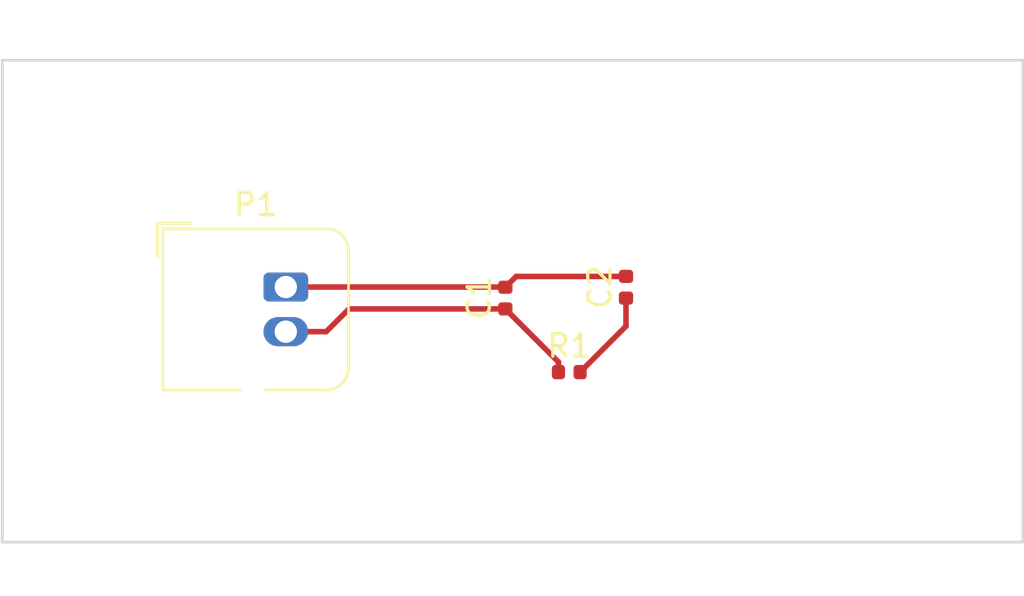
<source format=kicad_pcb>
(kicad_pcb (version 20241229) (generator "pcbnew") (generator_version "9.0")
  (layers (0 "F.Cu" signal) (4 "In1.Cu" signal "GND.Cu") (6 "In2.Cu" signal "Signal1.Cu") (8 "In3.Cu" signal "Signal2.Cu") (10 "In4.Cu" signal "Power.Cu") (2 "B.Cu" signal) (13 "F.Paste" user) (15 "B.Paste" user) (5 "F.SilkS" user "F.Silkscreen") (7 "B.SilkS" user "B.Silkscreen") (1 "F.Mask" user) (3 "B.Mask" user) (25 "Edge.Cuts" user))
  (net 0 "")
  (net 1 "/Power/VCC")
  (net 2 "GND")
  (net 3 "Net-(C2-Pad1)")
  (footprint "Capacitor_SMD:C_0402_1005Metric" (layer "F.Cu") (at 164.775001 80.505001 90)
    (property "Reference" "C1" (at 0 -1.17 90) (layer "F.SilkS"))
    (property "Value" "C")
    (pad "1" smd roundrect (at -0.485 0 90) (size 0.59 0.64) (layers "F.Cu" "F.Mask" "F.Paste") (net 1 "/Power/VCC"))
    (pad "2" smd roundrect (at 0.485 0 90) (size 0.59 0.64) (layers "F.Cu" "F.Mask" "F.Paste") (net 2 "GND"))
  )
  (footprint "Capacitor_SMD:C_0402_1005Metric" (layer "F.Cu") (at 170.18 80.020001 90)
    (property "Reference" "C2" (at 0 -1.17 90) (layer "F.SilkS"))
    (property "Value" "C")
    (pad "1" smd roundrect (at -0.485 0 90) (size 0.59 0.64) (layers "F.Cu" "F.Mask" "F.Paste") (net 3 "Net-(C2-Pad1)"))
    (pad "2" smd roundrect (at 0.485 0 90) (size 0.59 0.64) (layers "F.Cu" "F.Mask" "F.Paste") (net 2 "GND"))
  )
  (footprint "Connector_JST:JST_JWPF_B02B-JWPF-SK-R_1x02_P2.00mm_Vertical" (layer "F.Cu") (at 154.94 80.01)
    (property "Reference" "P1" (at -1.35 -3.7 0) (layer "F.SilkS"))
    (property "Value" "CONN_01X02")
    (fp_line (start -5.75 -2.85) (end -4.25 -2.85) (stroke (width 0.12)) (layer "F.SilkS"))
    (fp_line (start -5.75 -1.35) (end -5.75 -2.85) (stroke (width 0.12)) (layer "F.SilkS"))
    (fp_line (start -5.51 -2.61) (end -5.51 4.61) (stroke (width 0.12)) (layer "F.SilkS"))
    (fp_line (start -5.51 4.61) (end -2.05 4.61) (stroke (width 0.12)) (layer "F.SilkS"))
    (fp_line (start -0.93 4.611771) (end 1.791822 4.611771) (stroke (width 0.12)) (layer "F.SilkS"))
    (fp_line (start 1.81 -2.61) (end -5.51 -2.61) (stroke (width 0.12)) (layer "F.SilkS"))
    (fp_line (start 2.81 -1.61) (end 2.81 3.61) (stroke (width 0.12)) (layer "F.SilkS"))
    (fp_arc (start 1.81 -2.61) (mid 2.517107 -2.317107) (end 2.81 -1.61) (stroke (width 0.12)) (layer "F.SilkS"))
    (fp_arc (start 2.81 3.61) (mid 2.517107 4.317107) (end 1.81 4.61) (stroke (width 0.12)) (layer "F.SilkS"))
    (pad "" np_thru_hole circle (at -1.5 4.05) (size 1.15 1.15) (drill 1.15) (layers "*.Cu" "*.Mask"))
    (pad "1" thru_hole roundrect (at 0 0) (size 2 1.3) (drill 1) (layers "*.Cu" "*.Mask") (roundrect_rratio 0.192308) (net 2 "GND"))
    (pad "2" thru_hole oval (at 0 2) (size 2 1.3) (drill 1) (layers "*.Cu" "*.Mask") (net 1 "/Power/VCC"))
  )
  (footprint "Resistor_SMD:R_0402_1005Metric" (layer "F.Cu") (at 167.64 83.82)
    (property "Reference" "R1" (at 0 -1.17 0) (layer "F.SilkS"))
    (property "Value" "R")
    (pad "1" smd roundrect (at -0.485 0) (size 0.59 0.64) (layers "F.Cu" "F.Mask" "F.Paste") (net 1 "/Power/VCC"))
    (pad "2" smd roundrect (at 0.485 0) (size 0.59 0.64) (layers "F.Cu" "F.Mask" "F.Paste") (net 3 "Net-(C2-Pad1)"))
  )
  (gr_line (start 187.96 69.85) (end 142.24 69.85) (stroke (width 0.12)) (layer "Edge.Cuts"))
  (gr_line (start 142.24 69.85) (end 142.24 91.44) (stroke (width 0.12)) (layer "Edge.Cuts"))
  (gr_line (start 187.96 91.44) (end 187.96 69.85) (stroke (width 0.12)) (layer "Edge.Cuts"))
  (gr_line (start 142.24 91.44) (end 187.96 91.44) (stroke (width 0.12)) (layer "Edge.Cuts"))
  (segment (start 167.155 83.82) (end 167.155 83.37) (width 0.25) (layer "F.Cu") (net 1))
  (segment (start 156.75 82.01) (end 154.94 82.01) (width 0.25) (layer "F.Cu") (net 1))
  (segment (start 165.1 81.315) (end 164.775001 80.990001) (width 0.25) (layer "F.Cu") (net 1))
  (segment (start 164.775001 80.990001) (end 157.769999 80.990001) (width 0.25) (layer "F.Cu") (net 1))
  (segment (start 157.769999 80.990001) (end 156.75 82.01) (width 0.25) (layer "F.Cu") (net 1))
  (segment (start 167.155 83.37) (end 165.1 81.315) (width 0.25) (layer "F.Cu") (net 1))
  (segment (start 165.260001 79.535001) (end 170.18 79.535001) (width 0.25) (layer "F.Cu") (net 2))
  (segment (start 164.765 80.01) (end 164.775001 80.020001) (width 0.25) (layer "F.Cu") (net 2))
  (segment (start 154.94 80.01) (end 164.765 80.01) (width 0.25) (layer "F.Cu") (net 2))
  (segment (start 164.775001 80.020001) (end 165.260001 79.535001) (width 0.25) (layer "F.Cu") (net 2))
  (segment (start 170.18 80.505001) (end 170.18 81.765) (width 0.25) (layer "F.Cu") (net 3))
  (segment (start 170.18 81.765) (end 168.125 83.82) (width 0.25) (layer "F.Cu") (net 3))
)
</source>
